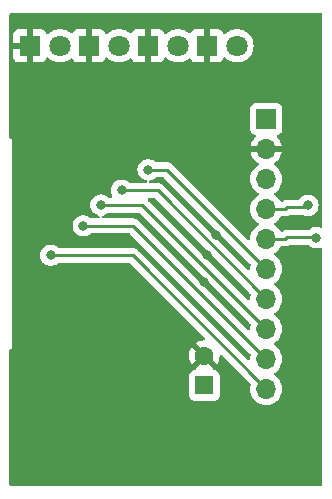
<source format=gbr>
%TF.GenerationSoftware,KiCad,Pcbnew,7.0.10*%
%TF.CreationDate,2024-02-28T22:59:02-05:00*%
%TF.ProjectId,DW1000 BU-01,44573130-3030-4204-9255-2d30312e6b69,rev?*%
%TF.SameCoordinates,Original*%
%TF.FileFunction,Copper,L2,Bot*%
%TF.FilePolarity,Positive*%
%FSLAX46Y46*%
G04 Gerber Fmt 4.6, Leading zero omitted, Abs format (unit mm)*
G04 Created by KiCad (PCBNEW 7.0.10) date 2024-02-28 22:59:02*
%MOMM*%
%LPD*%
G01*
G04 APERTURE LIST*
%TA.AperFunction,ComponentPad*%
%ADD10R,1.800000X1.800000*%
%TD*%
%TA.AperFunction,ComponentPad*%
%ADD11C,1.800000*%
%TD*%
%TA.AperFunction,ComponentPad*%
%ADD12R,1.700000X1.700000*%
%TD*%
%TA.AperFunction,ComponentPad*%
%ADD13O,1.700000X1.700000*%
%TD*%
%TA.AperFunction,ComponentPad*%
%ADD14R,1.600000X1.600000*%
%TD*%
%TA.AperFunction,ComponentPad*%
%ADD15C,1.600000*%
%TD*%
%TA.AperFunction,ViaPad*%
%ADD16C,0.800000*%
%TD*%
%TA.AperFunction,Conductor*%
%ADD17C,0.250000*%
%TD*%
G04 APERTURE END LIST*
D10*
%TO.P,D4,1,K*%
%TO.N,GND*%
X16475000Y-3000000D03*
D11*
%TO.P,D4,2,A*%
%TO.N,Net-(D4-A)*%
X19015000Y-3000000D03*
%TD*%
D10*
%TO.P,D3,1,K*%
%TO.N,GND*%
X11475000Y-3000000D03*
D11*
%TO.P,D3,2,A*%
%TO.N,Net-(D3-A)*%
X14015000Y-3000000D03*
%TD*%
D12*
%TO.P,J1,1,Pin_1*%
%TO.N,+3.3V*%
X21500000Y-9210000D03*
D13*
%TO.P,J1,2,Pin_2*%
%TO.N,GND*%
X21500000Y-11750000D03*
%TO.P,J1,3,Pin_3*%
%TO.N,Net-(J1-Pin_3)*%
X21500000Y-14290000D03*
%TO.P,J1,4,Pin_4*%
%TO.N,Net-(J1-Pin_4)*%
X21500000Y-16830000D03*
%TO.P,J1,5,Pin_5*%
%TO.N,Net-(J1-Pin_5)*%
X21500000Y-19370000D03*
%TO.P,J1,6,Pin_6*%
%TO.N,Net-(DWM1-SPICSn)*%
X21500000Y-21910000D03*
%TO.P,J1,7,Pin_7*%
%TO.N,Net-(DWM1-SPIMOSI)*%
X21500000Y-24450000D03*
%TO.P,J1,8,Pin_8*%
%TO.N,Net-(DWM1-SPIMISO)*%
X21500000Y-26990000D03*
%TO.P,J1,9,Pin_9*%
%TO.N,Net-(DWM1-SPICLK)*%
X21500000Y-29530000D03*
%TO.P,J1,10,Pin_10*%
%TO.N,Net-(DWM1-IRQ{slash}GPIO8)*%
X21500000Y-32070000D03*
%TD*%
D10*
%TO.P,D1,1,K*%
%TO.N,GND*%
X1475000Y-3000000D03*
D11*
%TO.P,D1,2,A*%
%TO.N,Net-(D1-A)*%
X4015000Y-3000000D03*
%TD*%
D14*
%TO.P,C3,1*%
%TO.N,+3.3V*%
X16250000Y-31750000D03*
D15*
%TO.P,C3,2*%
%TO.N,GND*%
X16250000Y-29250000D03*
%TD*%
D10*
%TO.P,D2,1,K*%
%TO.N,GND*%
X6475000Y-3000000D03*
D11*
%TO.P,D2,2,A*%
%TO.N,Net-(D2-A)*%
X9015000Y-3000000D03*
%TD*%
D16*
%TO.N,GND*%
X2750000Y-31000000D03*
X16250000Y-23000000D03*
X19500000Y-38500000D03*
X16500000Y-20750000D03*
X13000000Y-38500000D03*
X4750000Y-29500000D03*
X2000000Y-32750000D03*
X11750000Y-9500000D03*
X6750000Y-38500000D03*
X17250000Y-19000000D03*
%TO.N,Net-(DWM1-SPICSn)*%
X11500000Y-13500000D03*
%TO.N,Net-(DWM1-SPIMOSI)*%
X9250000Y-15250000D03*
%TO.N,Net-(DWM1-SPIMISO)*%
X7500000Y-16500000D03*
%TO.N,Net-(DWM1-SPICLK)*%
X6000000Y-18250000D03*
%TO.N,Net-(DWM1-IRQ{slash}GPIO8)*%
X3250000Y-20750000D03*
%TO.N,Net-(J1-Pin_4)*%
X25025000Y-16525000D03*
%TO.N,Net-(J1-Pin_5)*%
X25750000Y-19250000D03*
%TD*%
D17*
%TO.N,Net-(DWM1-SPICSn)*%
X13090000Y-13500000D02*
X21500000Y-21910000D01*
X11500000Y-13500000D02*
X13090000Y-13500000D01*
%TO.N,Net-(DWM1-SPIMOSI)*%
X12300000Y-15250000D02*
X21500000Y-24450000D01*
X9250000Y-15250000D02*
X12300000Y-15250000D01*
%TO.N,Net-(DWM1-SPIMISO)*%
X7500000Y-16500000D02*
X11010000Y-16500000D01*
X11010000Y-16500000D02*
X21500000Y-26990000D01*
%TO.N,Net-(DWM1-SPICLK)*%
X6000000Y-18250000D02*
X10220000Y-18250000D01*
X10220000Y-18250000D02*
X21500000Y-29530000D01*
%TO.N,Net-(DWM1-IRQ{slash}GPIO8)*%
X10180000Y-20750000D02*
X21500000Y-32070000D01*
X3250000Y-20750000D02*
X10180000Y-20750000D01*
%TO.N,Net-(J1-Pin_4)*%
X23115000Y-16830000D02*
X21500000Y-16830000D01*
X23250000Y-16695000D02*
X23115000Y-16830000D01*
X23250000Y-16695000D02*
X24855000Y-16695000D01*
X24855000Y-16695000D02*
X25025000Y-16525000D01*
%TO.N,Net-(J1-Pin_5)*%
X23115000Y-19370000D02*
X21500000Y-19370000D01*
X23250000Y-19235000D02*
X23115000Y-19370000D01*
X25750000Y-19250000D02*
X25735000Y-19235000D01*
X25735000Y-19235000D02*
X23250000Y-19235000D01*
%TD*%
%TA.AperFunction,Conductor*%
%TO.N,GND*%
G36*
X26192539Y-270185D02*
G01*
X26238294Y-322989D01*
X26249500Y-374500D01*
X26249500Y-18295728D01*
X26229815Y-18362767D01*
X26177011Y-18408522D01*
X26107853Y-18418466D01*
X26075064Y-18409007D01*
X26029807Y-18388857D01*
X26029802Y-18388855D01*
X25884001Y-18357865D01*
X25844646Y-18349500D01*
X25655354Y-18349500D01*
X25622897Y-18356398D01*
X25470197Y-18388855D01*
X25470192Y-18388857D01*
X25297270Y-18465848D01*
X25297265Y-18465851D01*
X25144135Y-18577106D01*
X25143536Y-18577647D01*
X25143112Y-18577850D01*
X25138871Y-18580932D01*
X25138307Y-18580156D01*
X25080546Y-18607879D01*
X25060560Y-18609500D01*
X23332743Y-18609500D01*
X23317122Y-18607775D01*
X23317096Y-18608061D01*
X23309334Y-18607327D01*
X23309333Y-18607327D01*
X23247109Y-18609282D01*
X23242127Y-18609439D01*
X23238232Y-18609500D01*
X23210647Y-18609500D01*
X23206661Y-18610003D01*
X23195033Y-18610918D01*
X23151373Y-18612290D01*
X23132129Y-18617881D01*
X23113079Y-18621825D01*
X23093211Y-18624334D01*
X23093210Y-18624334D01*
X23052599Y-18640413D01*
X23041554Y-18644194D01*
X22999614Y-18656379D01*
X22999610Y-18656381D01*
X22982366Y-18666579D01*
X22964905Y-18675133D01*
X22946274Y-18682510D01*
X22946262Y-18682517D01*
X22910933Y-18708185D01*
X22901174Y-18714596D01*
X22879811Y-18727230D01*
X22816688Y-18744500D01*
X22775227Y-18744500D01*
X22708188Y-18724815D01*
X22673652Y-18691623D01*
X22538494Y-18498597D01*
X22371402Y-18331506D01*
X22371396Y-18331501D01*
X22185842Y-18201575D01*
X22142217Y-18146998D01*
X22135023Y-18077500D01*
X22166546Y-18015145D01*
X22185842Y-17998425D01*
X22208026Y-17982891D01*
X22371401Y-17868495D01*
X22538495Y-17701401D01*
X22673652Y-17508377D01*
X22728229Y-17464752D01*
X22775227Y-17455500D01*
X23032257Y-17455500D01*
X23047877Y-17457224D01*
X23047904Y-17456939D01*
X23055660Y-17457671D01*
X23055667Y-17457673D01*
X23122873Y-17455561D01*
X23126768Y-17455500D01*
X23154346Y-17455500D01*
X23154350Y-17455500D01*
X23158324Y-17454997D01*
X23169963Y-17454080D01*
X23213627Y-17452709D01*
X23232869Y-17447117D01*
X23251912Y-17443174D01*
X23271792Y-17440664D01*
X23312401Y-17424585D01*
X23323444Y-17420803D01*
X23365390Y-17408618D01*
X23382629Y-17398422D01*
X23400103Y-17389862D01*
X23418729Y-17382487D01*
X23418728Y-17382487D01*
X23418732Y-17382486D01*
X23454069Y-17356810D01*
X23463830Y-17350400D01*
X23485192Y-17337767D01*
X23548311Y-17320500D01*
X24571403Y-17320500D01*
X24621839Y-17331221D01*
X24745192Y-17386142D01*
X24745197Y-17386144D01*
X24930354Y-17425500D01*
X24930355Y-17425500D01*
X25119644Y-17425500D01*
X25119646Y-17425500D01*
X25304803Y-17386144D01*
X25477730Y-17309151D01*
X25630871Y-17197888D01*
X25757533Y-17057216D01*
X25852179Y-16893284D01*
X25910674Y-16713256D01*
X25930460Y-16525000D01*
X25910674Y-16336744D01*
X25852179Y-16156716D01*
X25757533Y-15992784D01*
X25630871Y-15852112D01*
X25605218Y-15833474D01*
X25477734Y-15740851D01*
X25477729Y-15740848D01*
X25304807Y-15663857D01*
X25304802Y-15663855D01*
X25159001Y-15632865D01*
X25119646Y-15624500D01*
X24930354Y-15624500D01*
X24897897Y-15631398D01*
X24745197Y-15663855D01*
X24745192Y-15663857D01*
X24572270Y-15740848D01*
X24572265Y-15740851D01*
X24419129Y-15852111D01*
X24292466Y-15992785D01*
X24283969Y-16007502D01*
X24233402Y-16055716D01*
X24176583Y-16069500D01*
X23332743Y-16069500D01*
X23317122Y-16067775D01*
X23317096Y-16068061D01*
X23309334Y-16067327D01*
X23309333Y-16067327D01*
X23247109Y-16069282D01*
X23242127Y-16069439D01*
X23238232Y-16069500D01*
X23210647Y-16069500D01*
X23206661Y-16070003D01*
X23195033Y-16070918D01*
X23151373Y-16072290D01*
X23132129Y-16077881D01*
X23113079Y-16081825D01*
X23093211Y-16084334D01*
X23093210Y-16084334D01*
X23052599Y-16100413D01*
X23041554Y-16104194D01*
X22999614Y-16116379D01*
X22999610Y-16116381D01*
X22982366Y-16126579D01*
X22964905Y-16135133D01*
X22946274Y-16142510D01*
X22946262Y-16142517D01*
X22910933Y-16168185D01*
X22901174Y-16174596D01*
X22879811Y-16187230D01*
X22816688Y-16204500D01*
X22775227Y-16204500D01*
X22708188Y-16184815D01*
X22673652Y-16151623D01*
X22538494Y-15958597D01*
X22371402Y-15791506D01*
X22371396Y-15791501D01*
X22185842Y-15661575D01*
X22142217Y-15606998D01*
X22135023Y-15537500D01*
X22166546Y-15475145D01*
X22185842Y-15458425D01*
X22214646Y-15438256D01*
X22371401Y-15328495D01*
X22538495Y-15161401D01*
X22674035Y-14967830D01*
X22773903Y-14753663D01*
X22835063Y-14525408D01*
X22855659Y-14290000D01*
X22835063Y-14054592D01*
X22773903Y-13826337D01*
X22674035Y-13612171D01*
X22595493Y-13500000D01*
X22538494Y-13418597D01*
X22371402Y-13251506D01*
X22371401Y-13251505D01*
X22185405Y-13121269D01*
X22141781Y-13066692D01*
X22134588Y-12997193D01*
X22166110Y-12934839D01*
X22185405Y-12918119D01*
X22371082Y-12788105D01*
X22538105Y-12621082D01*
X22673600Y-12427578D01*
X22773429Y-12213492D01*
X22773432Y-12213486D01*
X22830636Y-12000000D01*
X21933686Y-12000000D01*
X21959493Y-11959844D01*
X22000000Y-11821889D01*
X22000000Y-11678111D01*
X21959493Y-11540156D01*
X21933686Y-11500000D01*
X22830636Y-11500000D01*
X22830635Y-11499999D01*
X22773432Y-11286513D01*
X22773429Y-11286507D01*
X22673600Y-11072422D01*
X22673599Y-11072420D01*
X22538113Y-10878926D01*
X22538108Y-10878920D01*
X22416053Y-10756865D01*
X22382568Y-10695542D01*
X22387552Y-10625850D01*
X22429424Y-10569917D01*
X22460400Y-10553002D01*
X22592331Y-10503796D01*
X22707546Y-10417546D01*
X22793796Y-10302331D01*
X22844091Y-10167483D01*
X22850500Y-10107873D01*
X22850499Y-8312128D01*
X22844091Y-8252517D01*
X22793796Y-8117669D01*
X22793795Y-8117668D01*
X22793793Y-8117664D01*
X22707547Y-8002455D01*
X22707544Y-8002452D01*
X22592335Y-7916206D01*
X22592328Y-7916202D01*
X22457482Y-7865908D01*
X22457483Y-7865908D01*
X22397883Y-7859501D01*
X22397881Y-7859500D01*
X22397873Y-7859500D01*
X22397864Y-7859500D01*
X20602129Y-7859500D01*
X20602123Y-7859501D01*
X20542516Y-7865908D01*
X20407671Y-7916202D01*
X20407664Y-7916206D01*
X20292455Y-8002452D01*
X20292452Y-8002455D01*
X20206206Y-8117664D01*
X20206202Y-8117671D01*
X20155908Y-8252517D01*
X20149501Y-8312116D01*
X20149501Y-8312123D01*
X20149500Y-8312135D01*
X20149500Y-10107870D01*
X20149501Y-10107876D01*
X20155908Y-10167483D01*
X20206202Y-10302328D01*
X20206206Y-10302335D01*
X20292452Y-10417544D01*
X20292455Y-10417547D01*
X20407664Y-10503793D01*
X20407671Y-10503797D01*
X20407674Y-10503798D01*
X20539598Y-10553002D01*
X20595531Y-10594873D01*
X20619949Y-10660337D01*
X20605098Y-10728610D01*
X20583947Y-10756865D01*
X20461886Y-10878926D01*
X20326400Y-11072420D01*
X20326399Y-11072422D01*
X20226570Y-11286507D01*
X20226567Y-11286513D01*
X20169364Y-11499999D01*
X20169364Y-11500000D01*
X21066314Y-11500000D01*
X21040507Y-11540156D01*
X21000000Y-11678111D01*
X21000000Y-11821889D01*
X21040507Y-11959844D01*
X21066314Y-12000000D01*
X20169364Y-12000000D01*
X20226567Y-12213486D01*
X20226570Y-12213492D01*
X20326399Y-12427578D01*
X20461894Y-12621082D01*
X20628917Y-12788105D01*
X20814595Y-12918119D01*
X20858219Y-12972696D01*
X20865412Y-13042195D01*
X20833890Y-13104549D01*
X20814595Y-13121269D01*
X20628594Y-13251508D01*
X20461505Y-13418597D01*
X20325965Y-13612169D01*
X20325964Y-13612171D01*
X20226098Y-13826335D01*
X20226094Y-13826344D01*
X20164938Y-14054586D01*
X20164936Y-14054596D01*
X20144341Y-14289999D01*
X20144341Y-14290000D01*
X20164936Y-14525403D01*
X20164938Y-14525413D01*
X20226094Y-14753655D01*
X20226096Y-14753659D01*
X20226097Y-14753663D01*
X20270144Y-14848122D01*
X20325965Y-14967830D01*
X20325967Y-14967834D01*
X20461501Y-15161395D01*
X20461506Y-15161402D01*
X20628597Y-15328493D01*
X20628603Y-15328498D01*
X20814158Y-15458425D01*
X20857783Y-15513002D01*
X20864977Y-15582500D01*
X20833454Y-15644855D01*
X20814158Y-15661575D01*
X20628597Y-15791505D01*
X20461505Y-15958597D01*
X20325965Y-16152169D01*
X20325964Y-16152171D01*
X20226098Y-16366335D01*
X20226094Y-16366344D01*
X20164938Y-16594586D01*
X20164936Y-16594596D01*
X20144341Y-16829999D01*
X20144341Y-16830000D01*
X20164936Y-17065403D01*
X20164938Y-17065413D01*
X20226094Y-17293655D01*
X20226096Y-17293659D01*
X20226097Y-17293663D01*
X20306389Y-17465849D01*
X20325965Y-17507830D01*
X20325967Y-17507834D01*
X20404395Y-17619840D01*
X20461501Y-17701396D01*
X20461506Y-17701402D01*
X20628597Y-17868493D01*
X20628603Y-17868498D01*
X20814158Y-17998425D01*
X20857783Y-18053002D01*
X20864977Y-18122500D01*
X20833454Y-18184855D01*
X20814158Y-18201575D01*
X20628597Y-18331505D01*
X20461505Y-18498597D01*
X20325965Y-18692169D01*
X20325964Y-18692171D01*
X20226098Y-18906335D01*
X20226094Y-18906344D01*
X20164938Y-19134586D01*
X20164936Y-19134596D01*
X20144341Y-19369999D01*
X20144341Y-19370388D01*
X20144292Y-19370553D01*
X20143869Y-19375394D01*
X20142896Y-19375308D01*
X20124656Y-19437427D01*
X20071852Y-19483182D01*
X20002694Y-19493126D01*
X19939138Y-19464101D01*
X19932660Y-19458069D01*
X13590803Y-13116212D01*
X13580980Y-13103950D01*
X13580759Y-13104134D01*
X13575786Y-13098122D01*
X13526776Y-13052099D01*
X13523977Y-13049386D01*
X13504477Y-13029885D01*
X13504471Y-13029880D01*
X13501286Y-13027409D01*
X13492434Y-13019848D01*
X13460582Y-12989938D01*
X13460580Y-12989936D01*
X13460577Y-12989935D01*
X13443029Y-12980288D01*
X13426763Y-12969604D01*
X13410932Y-12957324D01*
X13370849Y-12939978D01*
X13360363Y-12934841D01*
X13322094Y-12913803D01*
X13322092Y-12913802D01*
X13302693Y-12908822D01*
X13284281Y-12902518D01*
X13265898Y-12894562D01*
X13265892Y-12894560D01*
X13222760Y-12887729D01*
X13211322Y-12885361D01*
X13169020Y-12874500D01*
X13169019Y-12874500D01*
X13148984Y-12874500D01*
X13129586Y-12872973D01*
X13122162Y-12871797D01*
X13109805Y-12869840D01*
X13109804Y-12869840D01*
X13066325Y-12873950D01*
X13054656Y-12874500D01*
X12203748Y-12874500D01*
X12136709Y-12854815D01*
X12111600Y-12833474D01*
X12105873Y-12827114D01*
X12105869Y-12827110D01*
X11952734Y-12715851D01*
X11952729Y-12715848D01*
X11779807Y-12638857D01*
X11779802Y-12638855D01*
X11634001Y-12607865D01*
X11594646Y-12599500D01*
X11405354Y-12599500D01*
X11372897Y-12606398D01*
X11220197Y-12638855D01*
X11220192Y-12638857D01*
X11047270Y-12715848D01*
X11047265Y-12715851D01*
X10894129Y-12827111D01*
X10767466Y-12967785D01*
X10672821Y-13131715D01*
X10672818Y-13131722D01*
X10614327Y-13311740D01*
X10614326Y-13311744D01*
X10594540Y-13500000D01*
X10614326Y-13688256D01*
X10614327Y-13688259D01*
X10672818Y-13868277D01*
X10672821Y-13868284D01*
X10767467Y-14032216D01*
X10869185Y-14145185D01*
X10894129Y-14172888D01*
X11047265Y-14284148D01*
X11047270Y-14284151D01*
X11220192Y-14361142D01*
X11220197Y-14361144D01*
X11305191Y-14379210D01*
X11366673Y-14412402D01*
X11400449Y-14473565D01*
X11395797Y-14543280D01*
X11354192Y-14599412D01*
X11288845Y-14624141D01*
X11279410Y-14624500D01*
X9953748Y-14624500D01*
X9886709Y-14604815D01*
X9861600Y-14583474D01*
X9855873Y-14577114D01*
X9855869Y-14577110D01*
X9702734Y-14465851D01*
X9702729Y-14465848D01*
X9529807Y-14388857D01*
X9529802Y-14388855D01*
X9384001Y-14357865D01*
X9344646Y-14349500D01*
X9155354Y-14349500D01*
X9122897Y-14356398D01*
X8970197Y-14388855D01*
X8970192Y-14388857D01*
X8797270Y-14465848D01*
X8797265Y-14465851D01*
X8644129Y-14577111D01*
X8517466Y-14717785D01*
X8422821Y-14881715D01*
X8422818Y-14881722D01*
X8394839Y-14967834D01*
X8364326Y-15061744D01*
X8344540Y-15250000D01*
X8364326Y-15438256D01*
X8364327Y-15438259D01*
X8422818Y-15618277D01*
X8422823Y-15618289D01*
X8463360Y-15688501D01*
X8479833Y-15756401D01*
X8456980Y-15822428D01*
X8402059Y-15865618D01*
X8355973Y-15874500D01*
X8203748Y-15874500D01*
X8136709Y-15854815D01*
X8111600Y-15833474D01*
X8105873Y-15827114D01*
X8105869Y-15827110D01*
X7952734Y-15715851D01*
X7952729Y-15715848D01*
X7779807Y-15638857D01*
X7779802Y-15638855D01*
X7629922Y-15606998D01*
X7594646Y-15599500D01*
X7405354Y-15599500D01*
X7372897Y-15606398D01*
X7220197Y-15638855D01*
X7220192Y-15638857D01*
X7047270Y-15715848D01*
X7047265Y-15715851D01*
X6894129Y-15827111D01*
X6767466Y-15967785D01*
X6672821Y-16131715D01*
X6672818Y-16131722D01*
X6614327Y-16311740D01*
X6614326Y-16311744D01*
X6594540Y-16500000D01*
X6614326Y-16688256D01*
X6614327Y-16688259D01*
X6672818Y-16868277D01*
X6672821Y-16868284D01*
X6767467Y-17032216D01*
X6869185Y-17145185D01*
X6894129Y-17172888D01*
X7047265Y-17284148D01*
X7047270Y-17284151D01*
X7220192Y-17361142D01*
X7220197Y-17361144D01*
X7305191Y-17379210D01*
X7366673Y-17412402D01*
X7400449Y-17473565D01*
X7395797Y-17543280D01*
X7354192Y-17599412D01*
X7288845Y-17624141D01*
X7279410Y-17624500D01*
X6703748Y-17624500D01*
X6636709Y-17604815D01*
X6611600Y-17583474D01*
X6605873Y-17577114D01*
X6605869Y-17577110D01*
X6452734Y-17465851D01*
X6452729Y-17465848D01*
X6279807Y-17388857D01*
X6279802Y-17388855D01*
X6129065Y-17356816D01*
X6094646Y-17349500D01*
X5905354Y-17349500D01*
X5887114Y-17353377D01*
X5720197Y-17388855D01*
X5720192Y-17388857D01*
X5547270Y-17465848D01*
X5547265Y-17465851D01*
X5394129Y-17577111D01*
X5267466Y-17717785D01*
X5172821Y-17881715D01*
X5172818Y-17881722D01*
X5129467Y-18015145D01*
X5114326Y-18061744D01*
X5094540Y-18250000D01*
X5114326Y-18438256D01*
X5114327Y-18438259D01*
X5172818Y-18618277D01*
X5172821Y-18618284D01*
X5267467Y-18782216D01*
X5369185Y-18895185D01*
X5394129Y-18922888D01*
X5547265Y-19034148D01*
X5547270Y-19034151D01*
X5720192Y-19111142D01*
X5720197Y-19111144D01*
X5905354Y-19150500D01*
X5905355Y-19150500D01*
X6094644Y-19150500D01*
X6094646Y-19150500D01*
X6279803Y-19111144D01*
X6452730Y-19034151D01*
X6605871Y-18922888D01*
X6608788Y-18919647D01*
X6611600Y-18916526D01*
X6671087Y-18879879D01*
X6703748Y-18875500D01*
X9909548Y-18875500D01*
X9976587Y-18895185D01*
X9997229Y-18911819D01*
X20159761Y-29074352D01*
X20193246Y-29135675D01*
X20191855Y-29194124D01*
X20164937Y-29294589D01*
X20164937Y-29294590D01*
X20144341Y-29529999D01*
X20144341Y-29530388D01*
X20144292Y-29530553D01*
X20143869Y-29535394D01*
X20142896Y-29535308D01*
X20124656Y-29597427D01*
X20071852Y-29643182D01*
X20002694Y-29653126D01*
X19939138Y-29624101D01*
X19932660Y-29618069D01*
X10680803Y-20366212D01*
X10670980Y-20353950D01*
X10670759Y-20354134D01*
X10665786Y-20348122D01*
X10616776Y-20302099D01*
X10613977Y-20299386D01*
X10594477Y-20279885D01*
X10594471Y-20279880D01*
X10591286Y-20277409D01*
X10582434Y-20269848D01*
X10550582Y-20239938D01*
X10550580Y-20239936D01*
X10550577Y-20239935D01*
X10533029Y-20230288D01*
X10516763Y-20219604D01*
X10500932Y-20207324D01*
X10460849Y-20189978D01*
X10450363Y-20184841D01*
X10412094Y-20163803D01*
X10412092Y-20163802D01*
X10392693Y-20158822D01*
X10374281Y-20152518D01*
X10355898Y-20144562D01*
X10355892Y-20144560D01*
X10312760Y-20137729D01*
X10301322Y-20135361D01*
X10259020Y-20124500D01*
X10259019Y-20124500D01*
X10238984Y-20124500D01*
X10219586Y-20122973D01*
X10212162Y-20121797D01*
X10199805Y-20119840D01*
X10199804Y-20119840D01*
X10156325Y-20123950D01*
X10144656Y-20124500D01*
X3953748Y-20124500D01*
X3886709Y-20104815D01*
X3861600Y-20083474D01*
X3855873Y-20077114D01*
X3855869Y-20077110D01*
X3702734Y-19965851D01*
X3702729Y-19965848D01*
X3529807Y-19888857D01*
X3529802Y-19888855D01*
X3384001Y-19857865D01*
X3344646Y-19849500D01*
X3155354Y-19849500D01*
X3122897Y-19856398D01*
X2970197Y-19888855D01*
X2970192Y-19888857D01*
X2797270Y-19965848D01*
X2797265Y-19965851D01*
X2644129Y-20077111D01*
X2517466Y-20217785D01*
X2422821Y-20381715D01*
X2422818Y-20381722D01*
X2370080Y-20544035D01*
X2364326Y-20561744D01*
X2344540Y-20750000D01*
X2364326Y-20938256D01*
X2364327Y-20938259D01*
X2422818Y-21118277D01*
X2422821Y-21118284D01*
X2517467Y-21282216D01*
X2619185Y-21395185D01*
X2644129Y-21422888D01*
X2797265Y-21534148D01*
X2797270Y-21534151D01*
X2970192Y-21611142D01*
X2970197Y-21611144D01*
X3155354Y-21650500D01*
X3155355Y-21650500D01*
X3344644Y-21650500D01*
X3344646Y-21650500D01*
X3529803Y-21611144D01*
X3702730Y-21534151D01*
X3855871Y-21422888D01*
X3858788Y-21419647D01*
X3861600Y-21416526D01*
X3921087Y-21379879D01*
X3953748Y-21375500D01*
X9869548Y-21375500D01*
X9936587Y-21395185D01*
X9957229Y-21411819D01*
X16283067Y-27737657D01*
X16316552Y-27798980D01*
X16311568Y-27868672D01*
X16269696Y-27924605D01*
X16206194Y-27948866D01*
X16023399Y-27964858D01*
X16023389Y-27964860D01*
X15803682Y-28023730D01*
X15803673Y-28023734D01*
X15597516Y-28119866D01*
X15597512Y-28119868D01*
X15524526Y-28170973D01*
X15524526Y-28170974D01*
X16205599Y-28852046D01*
X16124852Y-28864835D01*
X16011955Y-28922359D01*
X15922359Y-29011955D01*
X15864835Y-29124852D01*
X15852046Y-29205598D01*
X15170974Y-28524526D01*
X15170973Y-28524526D01*
X15119868Y-28597512D01*
X15119866Y-28597516D01*
X15023734Y-28803673D01*
X15023730Y-28803682D01*
X14964860Y-29023389D01*
X14964858Y-29023400D01*
X14945034Y-29249997D01*
X14945034Y-29250002D01*
X14964858Y-29476599D01*
X14964860Y-29476610D01*
X15023730Y-29696317D01*
X15023735Y-29696331D01*
X15119863Y-29902478D01*
X15170974Y-29975472D01*
X15852046Y-29294400D01*
X15864835Y-29375148D01*
X15922359Y-29488045D01*
X16011955Y-29577641D01*
X16124852Y-29635165D01*
X16205599Y-29647953D01*
X15519352Y-30334199D01*
X15509506Y-30383194D01*
X15460890Y-30433377D01*
X15405367Y-30448049D01*
X15405423Y-30449099D01*
X15405429Y-30449146D01*
X15405426Y-30449146D01*
X15405436Y-30449324D01*
X15402123Y-30449501D01*
X15342516Y-30455908D01*
X15207671Y-30506202D01*
X15207664Y-30506206D01*
X15092455Y-30592452D01*
X15092452Y-30592455D01*
X15006206Y-30707664D01*
X15006202Y-30707671D01*
X14955908Y-30842517D01*
X14949559Y-30901575D01*
X14949501Y-30902123D01*
X14949500Y-30902135D01*
X14949500Y-32597870D01*
X14949501Y-32597876D01*
X14955908Y-32657483D01*
X15006202Y-32792328D01*
X15006206Y-32792335D01*
X15092452Y-32907544D01*
X15092455Y-32907547D01*
X15207664Y-32993793D01*
X15207671Y-32993797D01*
X15342517Y-33044091D01*
X15342516Y-33044091D01*
X15349444Y-33044835D01*
X15402127Y-33050500D01*
X17097872Y-33050499D01*
X17157483Y-33044091D01*
X17292331Y-32993796D01*
X17407546Y-32907546D01*
X17493796Y-32792331D01*
X17544091Y-32657483D01*
X17550500Y-32597873D01*
X17550499Y-30902128D01*
X17544091Y-30842517D01*
X17528233Y-30800000D01*
X17493797Y-30707671D01*
X17493793Y-30707664D01*
X17407547Y-30592455D01*
X17407544Y-30592452D01*
X17292335Y-30506206D01*
X17292328Y-30506202D01*
X17157482Y-30455908D01*
X17157483Y-30455908D01*
X17097883Y-30449501D01*
X17097881Y-30449500D01*
X17097873Y-30449500D01*
X17097864Y-30449500D01*
X17094548Y-30449322D01*
X17094627Y-30447847D01*
X17033215Y-30429815D01*
X16987460Y-30377011D01*
X16979969Y-30333522D01*
X16294400Y-29647953D01*
X16375148Y-29635165D01*
X16488045Y-29577641D01*
X16577641Y-29488045D01*
X16635165Y-29375148D01*
X16647953Y-29294400D01*
X17329024Y-29975471D01*
X17380136Y-29902478D01*
X17476264Y-29696331D01*
X17476269Y-29696317D01*
X17535139Y-29476610D01*
X17535141Y-29476599D01*
X17551133Y-29293806D01*
X17576585Y-29228737D01*
X17633176Y-29187758D01*
X17702938Y-29183880D01*
X17762342Y-29216932D01*
X20159762Y-31614352D01*
X20193247Y-31675675D01*
X20191856Y-31734126D01*
X20164938Y-31834586D01*
X20164936Y-31834596D01*
X20144341Y-32069999D01*
X20144341Y-32070000D01*
X20164936Y-32305403D01*
X20164938Y-32305413D01*
X20226094Y-32533655D01*
X20226096Y-32533659D01*
X20226097Y-32533663D01*
X20325965Y-32747830D01*
X20325967Y-32747834D01*
X20434281Y-32902521D01*
X20461505Y-32941401D01*
X20628599Y-33108495D01*
X20725384Y-33176265D01*
X20822165Y-33244032D01*
X20822167Y-33244033D01*
X20822170Y-33244035D01*
X21036337Y-33343903D01*
X21264592Y-33405063D01*
X21452918Y-33421539D01*
X21499999Y-33425659D01*
X21500000Y-33425659D01*
X21500001Y-33425659D01*
X21539234Y-33422226D01*
X21735408Y-33405063D01*
X21963663Y-33343903D01*
X22177830Y-33244035D01*
X22371401Y-33108495D01*
X22538495Y-32941401D01*
X22674035Y-32747830D01*
X22773903Y-32533663D01*
X22835063Y-32305408D01*
X22855659Y-32070000D01*
X22835063Y-31834592D01*
X22773903Y-31606337D01*
X22674035Y-31392171D01*
X22538495Y-31198599D01*
X22538494Y-31198597D01*
X22371402Y-31031506D01*
X22371396Y-31031501D01*
X22185842Y-30901575D01*
X22142217Y-30846998D01*
X22135023Y-30777500D01*
X22166546Y-30715145D01*
X22185842Y-30698425D01*
X22208026Y-30682891D01*
X22371401Y-30568495D01*
X22538495Y-30401401D01*
X22674035Y-30207830D01*
X22773903Y-29993663D01*
X22835063Y-29765408D01*
X22855659Y-29530000D01*
X22835063Y-29294592D01*
X22773903Y-29066337D01*
X22674035Y-28852171D01*
X22640077Y-28803673D01*
X22538494Y-28658597D01*
X22371402Y-28491506D01*
X22371396Y-28491501D01*
X22185842Y-28361575D01*
X22142217Y-28306998D01*
X22135023Y-28237500D01*
X22166546Y-28175145D01*
X22185842Y-28158425D01*
X22240910Y-28119866D01*
X22371401Y-28028495D01*
X22538495Y-27861401D01*
X22674035Y-27667830D01*
X22773903Y-27453663D01*
X22835063Y-27225408D01*
X22855659Y-26990000D01*
X22835063Y-26754592D01*
X22773903Y-26526337D01*
X22674035Y-26312171D01*
X22538495Y-26118599D01*
X22538494Y-26118597D01*
X22371402Y-25951506D01*
X22371396Y-25951501D01*
X22185842Y-25821575D01*
X22142217Y-25766998D01*
X22135023Y-25697500D01*
X22166546Y-25635145D01*
X22185842Y-25618425D01*
X22208026Y-25602891D01*
X22371401Y-25488495D01*
X22538495Y-25321401D01*
X22674035Y-25127830D01*
X22773903Y-24913663D01*
X22835063Y-24685408D01*
X22855659Y-24450000D01*
X22835063Y-24214592D01*
X22773903Y-23986337D01*
X22674035Y-23772171D01*
X22538495Y-23578599D01*
X22538494Y-23578597D01*
X22371402Y-23411506D01*
X22371396Y-23411501D01*
X22185842Y-23281575D01*
X22142217Y-23226998D01*
X22135023Y-23157500D01*
X22166546Y-23095145D01*
X22185842Y-23078425D01*
X22208026Y-23062891D01*
X22371401Y-22948495D01*
X22538495Y-22781401D01*
X22674035Y-22587830D01*
X22773903Y-22373663D01*
X22835063Y-22145408D01*
X22855659Y-21910000D01*
X22835063Y-21674592D01*
X22773903Y-21446337D01*
X22674035Y-21232171D01*
X22538495Y-21038599D01*
X22538494Y-21038597D01*
X22371402Y-20871506D01*
X22371396Y-20871501D01*
X22185842Y-20741575D01*
X22142217Y-20686998D01*
X22135023Y-20617500D01*
X22166546Y-20555145D01*
X22185842Y-20538425D01*
X22208026Y-20522891D01*
X22371401Y-20408495D01*
X22538495Y-20241401D01*
X22673652Y-20048377D01*
X22728229Y-20004752D01*
X22775227Y-19995500D01*
X23032257Y-19995500D01*
X23047877Y-19997224D01*
X23047904Y-19996939D01*
X23055660Y-19997671D01*
X23055667Y-19997673D01*
X23122873Y-19995561D01*
X23126768Y-19995500D01*
X23154346Y-19995500D01*
X23154350Y-19995500D01*
X23158324Y-19994997D01*
X23169963Y-19994080D01*
X23213627Y-19992709D01*
X23232869Y-19987117D01*
X23251912Y-19983174D01*
X23271792Y-19980664D01*
X23312401Y-19964585D01*
X23323444Y-19960803D01*
X23365390Y-19948618D01*
X23382629Y-19938422D01*
X23400103Y-19929862D01*
X23417704Y-19922893D01*
X23418732Y-19922486D01*
X23454069Y-19896810D01*
X23463830Y-19890400D01*
X23485192Y-19877767D01*
X23548311Y-19860500D01*
X25032746Y-19860500D01*
X25099785Y-19880185D01*
X25124895Y-19901527D01*
X25144128Y-19922887D01*
X25144135Y-19922893D01*
X25297265Y-20034148D01*
X25297270Y-20034151D01*
X25470192Y-20111142D01*
X25470197Y-20111144D01*
X25655354Y-20150500D01*
X25655355Y-20150500D01*
X25844644Y-20150500D01*
X25844646Y-20150500D01*
X26029803Y-20111144D01*
X26075065Y-20090991D01*
X26144312Y-20081706D01*
X26207589Y-20111334D01*
X26244804Y-20170468D01*
X26249500Y-20204271D01*
X26249500Y-40125500D01*
X26229815Y-40192539D01*
X26177011Y-40238294D01*
X26125500Y-40249500D01*
X-125500Y-40249500D01*
X-192539Y-40229815D01*
X-238294Y-40177011D01*
X-249500Y-40125500D01*
X-249500Y-28764000D01*
X-229815Y-28696961D01*
X-177011Y-28651206D01*
X-125500Y-28640000D01*
X-70000Y-28640000D01*
X-70000Y-10860000D01*
X-125500Y-10860000D01*
X-192539Y-10840315D01*
X-238294Y-10787511D01*
X-249500Y-10736000D01*
X-249500Y-3947844D01*
X75000Y-3947844D01*
X81401Y-4007372D01*
X81403Y-4007379D01*
X131645Y-4142086D01*
X131649Y-4142093D01*
X217809Y-4257187D01*
X217812Y-4257190D01*
X332906Y-4343350D01*
X332913Y-4343354D01*
X467620Y-4393596D01*
X467627Y-4393598D01*
X527155Y-4399999D01*
X527172Y-4400000D01*
X1225000Y-4400000D01*
X1225000Y-3374189D01*
X1277547Y-3410016D01*
X1407173Y-3450000D01*
X1508724Y-3450000D01*
X1609138Y-3434865D01*
X1725000Y-3379068D01*
X1725000Y-4400000D01*
X2422828Y-4400000D01*
X2422844Y-4399999D01*
X2482372Y-4393598D01*
X2482379Y-4393596D01*
X2617086Y-4343354D01*
X2617093Y-4343350D01*
X2732187Y-4257190D01*
X2732190Y-4257187D01*
X2818350Y-4142093D01*
X2818355Y-4142084D01*
X2847075Y-4065081D01*
X2888945Y-4009147D01*
X2954409Y-3984729D01*
X3022682Y-3999580D01*
X3054484Y-4024428D01*
X3063216Y-4033913D01*
X3063219Y-4033915D01*
X3063222Y-4033918D01*
X3246365Y-4176464D01*
X3246371Y-4176468D01*
X3246374Y-4176470D01*
X3450497Y-4286936D01*
X3564487Y-4326068D01*
X3670015Y-4362297D01*
X3670017Y-4362297D01*
X3670019Y-4362298D01*
X3898951Y-4400500D01*
X3898952Y-4400500D01*
X4131048Y-4400500D01*
X4131049Y-4400500D01*
X4359981Y-4362298D01*
X4579503Y-4286936D01*
X4783626Y-4176470D01*
X4929977Y-4062560D01*
X4994968Y-4036919D01*
X5063508Y-4050485D01*
X5113833Y-4098953D01*
X5122318Y-4117080D01*
X5131644Y-4142083D01*
X5131649Y-4142093D01*
X5217809Y-4257187D01*
X5217812Y-4257190D01*
X5332906Y-4343350D01*
X5332913Y-4343354D01*
X5467620Y-4393596D01*
X5467627Y-4393598D01*
X5527155Y-4399999D01*
X5527172Y-4400000D01*
X6225000Y-4400000D01*
X6225000Y-3374189D01*
X6277547Y-3410016D01*
X6407173Y-3450000D01*
X6508724Y-3450000D01*
X6609138Y-3434865D01*
X6725000Y-3379068D01*
X6725000Y-4400000D01*
X7422828Y-4400000D01*
X7422844Y-4399999D01*
X7482372Y-4393598D01*
X7482379Y-4393596D01*
X7617086Y-4343354D01*
X7617093Y-4343350D01*
X7732187Y-4257190D01*
X7732190Y-4257187D01*
X7818350Y-4142093D01*
X7818355Y-4142084D01*
X7847075Y-4065081D01*
X7888945Y-4009147D01*
X7954409Y-3984729D01*
X8022682Y-3999580D01*
X8054484Y-4024428D01*
X8063216Y-4033913D01*
X8063219Y-4033915D01*
X8063222Y-4033918D01*
X8246365Y-4176464D01*
X8246371Y-4176468D01*
X8246374Y-4176470D01*
X8450497Y-4286936D01*
X8564487Y-4326068D01*
X8670015Y-4362297D01*
X8670017Y-4362297D01*
X8670019Y-4362298D01*
X8898951Y-4400500D01*
X8898952Y-4400500D01*
X9131048Y-4400500D01*
X9131049Y-4400500D01*
X9359981Y-4362298D01*
X9579503Y-4286936D01*
X9783626Y-4176470D01*
X9929977Y-4062560D01*
X9994968Y-4036919D01*
X10063508Y-4050485D01*
X10113833Y-4098953D01*
X10122318Y-4117080D01*
X10131644Y-4142083D01*
X10131649Y-4142093D01*
X10217809Y-4257187D01*
X10217812Y-4257190D01*
X10332906Y-4343350D01*
X10332913Y-4343354D01*
X10467620Y-4393596D01*
X10467627Y-4393598D01*
X10527155Y-4399999D01*
X10527172Y-4400000D01*
X11225000Y-4400000D01*
X11225000Y-3374189D01*
X11277547Y-3410016D01*
X11407173Y-3450000D01*
X11508724Y-3450000D01*
X11609138Y-3434865D01*
X11725000Y-3379068D01*
X11725000Y-4400000D01*
X12422828Y-4400000D01*
X12422844Y-4399999D01*
X12482372Y-4393598D01*
X12482379Y-4393596D01*
X12617086Y-4343354D01*
X12617093Y-4343350D01*
X12732187Y-4257190D01*
X12732190Y-4257187D01*
X12818350Y-4142093D01*
X12818355Y-4142084D01*
X12847075Y-4065081D01*
X12888945Y-4009147D01*
X12954409Y-3984729D01*
X13022682Y-3999580D01*
X13054484Y-4024428D01*
X13063216Y-4033913D01*
X13063219Y-4033915D01*
X13063222Y-4033918D01*
X13246365Y-4176464D01*
X13246371Y-4176468D01*
X13246374Y-4176470D01*
X13450497Y-4286936D01*
X13564487Y-4326068D01*
X13670015Y-4362297D01*
X13670017Y-4362297D01*
X13670019Y-4362298D01*
X13898951Y-4400500D01*
X13898952Y-4400500D01*
X14131048Y-4400500D01*
X14131049Y-4400500D01*
X14359981Y-4362298D01*
X14579503Y-4286936D01*
X14783626Y-4176470D01*
X14929977Y-4062560D01*
X14994968Y-4036919D01*
X15063508Y-4050485D01*
X15113833Y-4098953D01*
X15122318Y-4117080D01*
X15131644Y-4142083D01*
X15131649Y-4142093D01*
X15217809Y-4257187D01*
X15217812Y-4257190D01*
X15332906Y-4343350D01*
X15332913Y-4343354D01*
X15467620Y-4393596D01*
X15467627Y-4393598D01*
X15527155Y-4399999D01*
X15527172Y-4400000D01*
X16225000Y-4400000D01*
X16225000Y-3374189D01*
X16277547Y-3410016D01*
X16407173Y-3450000D01*
X16508724Y-3450000D01*
X16609138Y-3434865D01*
X16725000Y-3379068D01*
X16725000Y-4400000D01*
X17422828Y-4400000D01*
X17422844Y-4399999D01*
X17482372Y-4393598D01*
X17482379Y-4393596D01*
X17617086Y-4343354D01*
X17617093Y-4343350D01*
X17732187Y-4257190D01*
X17732190Y-4257187D01*
X17818350Y-4142093D01*
X17818355Y-4142084D01*
X17847075Y-4065081D01*
X17888945Y-4009147D01*
X17954409Y-3984729D01*
X18022682Y-3999580D01*
X18054484Y-4024428D01*
X18063216Y-4033913D01*
X18063219Y-4033915D01*
X18063222Y-4033918D01*
X18246365Y-4176464D01*
X18246371Y-4176468D01*
X18246374Y-4176470D01*
X18450497Y-4286936D01*
X18564487Y-4326068D01*
X18670015Y-4362297D01*
X18670017Y-4362297D01*
X18670019Y-4362298D01*
X18898951Y-4400500D01*
X18898952Y-4400500D01*
X19131048Y-4400500D01*
X19131049Y-4400500D01*
X19359981Y-4362298D01*
X19579503Y-4286936D01*
X19783626Y-4176470D01*
X19966784Y-4033913D01*
X20123979Y-3863153D01*
X20250924Y-3668849D01*
X20344157Y-3456300D01*
X20401134Y-3231305D01*
X20406524Y-3166260D01*
X20420300Y-3000006D01*
X20420300Y-2999993D01*
X20401135Y-2768702D01*
X20401133Y-2768691D01*
X20344157Y-2543699D01*
X20250924Y-2331151D01*
X20123983Y-2136852D01*
X20123980Y-2136849D01*
X20123979Y-2136847D01*
X19966784Y-1966087D01*
X19966779Y-1966083D01*
X19966777Y-1966081D01*
X19783634Y-1823535D01*
X19783628Y-1823531D01*
X19579504Y-1713064D01*
X19579495Y-1713061D01*
X19359984Y-1637702D01*
X19172404Y-1606401D01*
X19131049Y-1599500D01*
X18898951Y-1599500D01*
X18857596Y-1606401D01*
X18670015Y-1637702D01*
X18450504Y-1713061D01*
X18450495Y-1713064D01*
X18246371Y-1823531D01*
X18246365Y-1823535D01*
X18063222Y-1966081D01*
X18063215Y-1966087D01*
X18054484Y-1975572D01*
X17994595Y-2011561D01*
X17924757Y-2009458D01*
X17867143Y-1969932D01*
X17847075Y-1934918D01*
X17818355Y-1857915D01*
X17818350Y-1857906D01*
X17732190Y-1742812D01*
X17732187Y-1742809D01*
X17617093Y-1656649D01*
X17617086Y-1656645D01*
X17482379Y-1606403D01*
X17482372Y-1606401D01*
X17422844Y-1600000D01*
X16725000Y-1600000D01*
X16725000Y-2625810D01*
X16672453Y-2589984D01*
X16542827Y-2550000D01*
X16441276Y-2550000D01*
X16340862Y-2565135D01*
X16225000Y-2620931D01*
X16225000Y-1600000D01*
X15527155Y-1600000D01*
X15467627Y-1606401D01*
X15467620Y-1606403D01*
X15332913Y-1656645D01*
X15332906Y-1656649D01*
X15217812Y-1742809D01*
X15217809Y-1742812D01*
X15131649Y-1857906D01*
X15131645Y-1857914D01*
X15122318Y-1882920D01*
X15080445Y-1938853D01*
X15014981Y-1963268D01*
X14946708Y-1948415D01*
X14929975Y-1937437D01*
X14783634Y-1823535D01*
X14783628Y-1823531D01*
X14579504Y-1713064D01*
X14579495Y-1713061D01*
X14359984Y-1637702D01*
X14172404Y-1606401D01*
X14131049Y-1599500D01*
X13898951Y-1599500D01*
X13857596Y-1606401D01*
X13670015Y-1637702D01*
X13450504Y-1713061D01*
X13450495Y-1713064D01*
X13246371Y-1823531D01*
X13246365Y-1823535D01*
X13063222Y-1966081D01*
X13063215Y-1966087D01*
X13054484Y-1975572D01*
X12994595Y-2011561D01*
X12924757Y-2009458D01*
X12867143Y-1969932D01*
X12847075Y-1934918D01*
X12818355Y-1857915D01*
X12818350Y-1857906D01*
X12732190Y-1742812D01*
X12732187Y-1742809D01*
X12617093Y-1656649D01*
X12617086Y-1656645D01*
X12482379Y-1606403D01*
X12482372Y-1606401D01*
X12422844Y-1600000D01*
X11725000Y-1600000D01*
X11725000Y-2625810D01*
X11672453Y-2589984D01*
X11542827Y-2550000D01*
X11441276Y-2550000D01*
X11340862Y-2565135D01*
X11225000Y-2620931D01*
X11225000Y-1600000D01*
X10527155Y-1600000D01*
X10467627Y-1606401D01*
X10467620Y-1606403D01*
X10332913Y-1656645D01*
X10332906Y-1656649D01*
X10217812Y-1742809D01*
X10217809Y-1742812D01*
X10131649Y-1857906D01*
X10131645Y-1857914D01*
X10122318Y-1882920D01*
X10080445Y-1938853D01*
X10014981Y-1963268D01*
X9946708Y-1948415D01*
X9929975Y-1937437D01*
X9783634Y-1823535D01*
X9783628Y-1823531D01*
X9579504Y-1713064D01*
X9579495Y-1713061D01*
X9359984Y-1637702D01*
X9172404Y-1606401D01*
X9131049Y-1599500D01*
X8898951Y-1599500D01*
X8857596Y-1606401D01*
X8670015Y-1637702D01*
X8450504Y-1713061D01*
X8450495Y-1713064D01*
X8246371Y-1823531D01*
X8246365Y-1823535D01*
X8063222Y-1966081D01*
X8063215Y-1966087D01*
X8054484Y-1975572D01*
X7994595Y-2011561D01*
X7924757Y-2009458D01*
X7867143Y-1969932D01*
X7847075Y-1934918D01*
X7818355Y-1857915D01*
X7818350Y-1857906D01*
X7732190Y-1742812D01*
X7732187Y-1742809D01*
X7617093Y-1656649D01*
X7617086Y-1656645D01*
X7482379Y-1606403D01*
X7482372Y-1606401D01*
X7422844Y-1600000D01*
X6725000Y-1600000D01*
X6725000Y-2625810D01*
X6672453Y-2589984D01*
X6542827Y-2550000D01*
X6441276Y-2550000D01*
X6340862Y-2565135D01*
X6225000Y-2620931D01*
X6225000Y-1600000D01*
X5527155Y-1600000D01*
X5467627Y-1606401D01*
X5467620Y-1606403D01*
X5332913Y-1656645D01*
X5332906Y-1656649D01*
X5217812Y-1742809D01*
X5217809Y-1742812D01*
X5131649Y-1857906D01*
X5131645Y-1857914D01*
X5122318Y-1882920D01*
X5080445Y-1938853D01*
X5014981Y-1963268D01*
X4946708Y-1948415D01*
X4929975Y-1937437D01*
X4783634Y-1823535D01*
X4783628Y-1823531D01*
X4579504Y-1713064D01*
X4579495Y-1713061D01*
X4359984Y-1637702D01*
X4172404Y-1606401D01*
X4131049Y-1599500D01*
X3898951Y-1599500D01*
X3857596Y-1606401D01*
X3670015Y-1637702D01*
X3450504Y-1713061D01*
X3450495Y-1713064D01*
X3246371Y-1823531D01*
X3246365Y-1823535D01*
X3063222Y-1966081D01*
X3063215Y-1966087D01*
X3054484Y-1975572D01*
X2994595Y-2011561D01*
X2924757Y-2009458D01*
X2867143Y-1969932D01*
X2847075Y-1934918D01*
X2818355Y-1857915D01*
X2818350Y-1857906D01*
X2732190Y-1742812D01*
X2732187Y-1742809D01*
X2617093Y-1656649D01*
X2617086Y-1656645D01*
X2482379Y-1606403D01*
X2482372Y-1606401D01*
X2422844Y-1600000D01*
X1725000Y-1600000D01*
X1725000Y-2625810D01*
X1672453Y-2589984D01*
X1542827Y-2550000D01*
X1441276Y-2550000D01*
X1340862Y-2565135D01*
X1225000Y-2620931D01*
X1225000Y-1600000D01*
X527155Y-1600000D01*
X467627Y-1606401D01*
X467620Y-1606403D01*
X332913Y-1656645D01*
X332906Y-1656649D01*
X217812Y-1742809D01*
X217809Y-1742812D01*
X131649Y-1857906D01*
X131645Y-1857913D01*
X81403Y-1992620D01*
X81401Y-1992627D01*
X75000Y-2052155D01*
X75000Y-2750000D01*
X1099722Y-2750000D01*
X1051375Y-2833740D01*
X1021190Y-2965992D01*
X1031327Y-3101265D01*
X1080887Y-3227541D01*
X1098797Y-3250000D01*
X75000Y-3250000D01*
X75000Y-3947844D01*
X-249500Y-3947844D01*
X-249500Y-374500D01*
X-229815Y-307461D01*
X-177011Y-261706D01*
X-125500Y-250500D01*
X26125500Y-250500D01*
X26192539Y-270185D01*
G37*
%TD.AperFunction*%
%TA.AperFunction,Conductor*%
G36*
X10766587Y-17145185D02*
G01*
X10787229Y-17161819D01*
X20159761Y-26534352D01*
X20193246Y-26595675D01*
X20191855Y-26654124D01*
X20164937Y-26754589D01*
X20164937Y-26754590D01*
X20144341Y-26989999D01*
X20144341Y-26990388D01*
X20144292Y-26990553D01*
X20143869Y-26995394D01*
X20142896Y-26995308D01*
X20124656Y-27057427D01*
X20071852Y-27103182D01*
X20002694Y-27113126D01*
X19939138Y-27084101D01*
X19932660Y-27078069D01*
X10720803Y-17866212D01*
X10710980Y-17853950D01*
X10710759Y-17854134D01*
X10705786Y-17848122D01*
X10656776Y-17802099D01*
X10653977Y-17799386D01*
X10634477Y-17779885D01*
X10634471Y-17779880D01*
X10631286Y-17777409D01*
X10622434Y-17769848D01*
X10590582Y-17739938D01*
X10590580Y-17739936D01*
X10590577Y-17739935D01*
X10573029Y-17730288D01*
X10556763Y-17719604D01*
X10540932Y-17707324D01*
X10500849Y-17689978D01*
X10490363Y-17684841D01*
X10452094Y-17663803D01*
X10452092Y-17663802D01*
X10432693Y-17658822D01*
X10414281Y-17652518D01*
X10395898Y-17644562D01*
X10395892Y-17644560D01*
X10352760Y-17637729D01*
X10341322Y-17635361D01*
X10299020Y-17624500D01*
X10299019Y-17624500D01*
X10278984Y-17624500D01*
X10259586Y-17622973D01*
X10252162Y-17621797D01*
X10239805Y-17619840D01*
X10239804Y-17619840D01*
X10196325Y-17623950D01*
X10184656Y-17624500D01*
X7720590Y-17624500D01*
X7653551Y-17604815D01*
X7607796Y-17552011D01*
X7597852Y-17482853D01*
X7626877Y-17419297D01*
X7685655Y-17381523D01*
X7694809Y-17379210D01*
X7725723Y-17372638D01*
X7779803Y-17361144D01*
X7952730Y-17284151D01*
X8105871Y-17172888D01*
X8108788Y-17169647D01*
X8111600Y-17166526D01*
X8171087Y-17129879D01*
X8203748Y-17125500D01*
X10699548Y-17125500D01*
X10766587Y-17145185D01*
G37*
%TD.AperFunction*%
%TA.AperFunction,Conductor*%
G36*
X12056587Y-15895185D02*
G01*
X12077229Y-15911819D01*
X20159762Y-23994352D01*
X20193247Y-24055675D01*
X20191856Y-24114126D01*
X20164938Y-24214586D01*
X20164936Y-24214596D01*
X20144341Y-24449999D01*
X20144341Y-24450388D01*
X20144292Y-24450553D01*
X20143869Y-24455394D01*
X20142896Y-24455308D01*
X20124656Y-24517427D01*
X20071852Y-24563182D01*
X20002694Y-24573126D01*
X19939138Y-24544101D01*
X19932660Y-24538069D01*
X11510803Y-16116212D01*
X11500980Y-16103950D01*
X11500759Y-16104134D01*
X11495787Y-16098123D01*
X11487022Y-16089893D01*
X11451627Y-16029652D01*
X11454419Y-15959838D01*
X11494512Y-15902617D01*
X11559177Y-15876155D01*
X11571905Y-15875500D01*
X11989548Y-15875500D01*
X12056587Y-15895185D01*
G37*
%TD.AperFunction*%
%TA.AperFunction,Conductor*%
G36*
X12846587Y-14145185D02*
G01*
X12867229Y-14161819D01*
X20159761Y-21454352D01*
X20193246Y-21515675D01*
X20191855Y-21574124D01*
X20164937Y-21674589D01*
X20164937Y-21674590D01*
X20144341Y-21909999D01*
X20144341Y-21910388D01*
X20144292Y-21910553D01*
X20143869Y-21915394D01*
X20142896Y-21915308D01*
X20124656Y-21977427D01*
X20071852Y-22023182D01*
X20002694Y-22033126D01*
X19939138Y-22004101D01*
X19932660Y-21998069D01*
X12800803Y-14866212D01*
X12790980Y-14853950D01*
X12790759Y-14854134D01*
X12785786Y-14848122D01*
X12736776Y-14802099D01*
X12733977Y-14799386D01*
X12714477Y-14779885D01*
X12714471Y-14779880D01*
X12711286Y-14777409D01*
X12702434Y-14769848D01*
X12670582Y-14739938D01*
X12670580Y-14739936D01*
X12670577Y-14739935D01*
X12653029Y-14730288D01*
X12636763Y-14719604D01*
X12620932Y-14707324D01*
X12580849Y-14689978D01*
X12570363Y-14684841D01*
X12532094Y-14663803D01*
X12532092Y-14663802D01*
X12512693Y-14658822D01*
X12494281Y-14652518D01*
X12475898Y-14644562D01*
X12475892Y-14644560D01*
X12432760Y-14637729D01*
X12421322Y-14635361D01*
X12379020Y-14624500D01*
X12379019Y-14624500D01*
X12358984Y-14624500D01*
X12339586Y-14622973D01*
X12332162Y-14621797D01*
X12319805Y-14619840D01*
X12319804Y-14619840D01*
X12276325Y-14623950D01*
X12264656Y-14624500D01*
X11720590Y-14624500D01*
X11653551Y-14604815D01*
X11607796Y-14552011D01*
X11597852Y-14482853D01*
X11626877Y-14419297D01*
X11685655Y-14381523D01*
X11694809Y-14379210D01*
X11725723Y-14372638D01*
X11779803Y-14361144D01*
X11952730Y-14284151D01*
X12105871Y-14172888D01*
X12108788Y-14169647D01*
X12111600Y-14166526D01*
X12171087Y-14129879D01*
X12203748Y-14125500D01*
X12779548Y-14125500D01*
X12846587Y-14145185D01*
G37*
%TD.AperFunction*%
%TD*%
M02*

</source>
